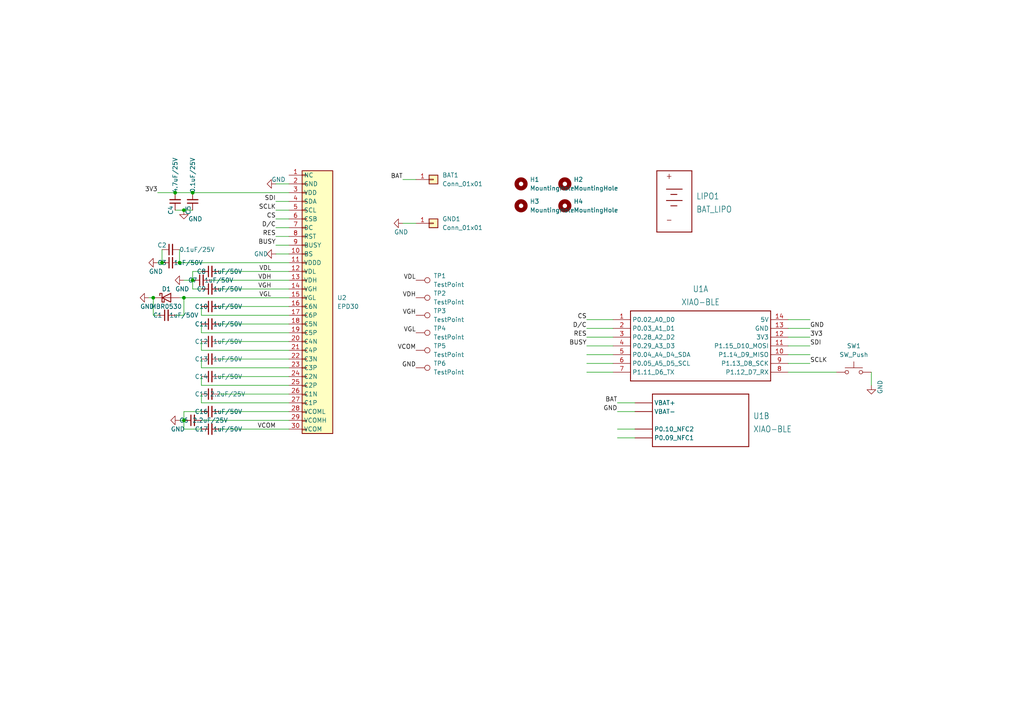
<source format=kicad_sch>
(kicad_sch (version 20211123) (generator eeschema)
  (paper "A4")
  (lib_symbols
    (symbol "Connector:TestPoint" (pin_numbers hide) (pin_names (offset 0.762) hide)
      (property "Reference" "TP" (at 0 6.858 0))
      (property "Value" "TestPoint" (at 0 5.08 0))
      (symbol "TestPoint_0_1"
        (circle (center 0 3.302) (radius 0.762))
      )
      (symbol "TestPoint_1_1"
        (pin passive line (at 0 0 90) (length 2.54) (name "1") (number "1"))
      )
    )
    (symbol "Connector_Generic:Conn_01x01" (pin_names (offset 1.016) hide)
      (property "Reference" "J" (at 0 2.54 0))
      (property "Value" "Conn_01x01" (at 0 -2.54 0))
      (symbol "Conn_01x01_1_1"
        (rectangle (start -1.27 0.127) (end 0 -0.127) (stroke (width 0.1524)))
        (rectangle (start -1.27 1.27) (end 1.27 -1.27) (stroke (width 0.254)) (fill (type background)))
        (pin passive line (at -5.08 0 0) (length 3.81) (name "Pin_1") (number "1"))
      )
    )
    (symbol "Device:C_Small" (pin_numbers hide) (pin_names (offset 0.254) hide)
      (property "Reference" "C" (at 0.254 1.778 0))
      (property "Value" "C_Small" (at 0.254 -2.032 0))
      (symbol "C_Small_0_1"
        (polyline (pts (xy -1.524 -0.508) (xy 1.524 -0.508)) (stroke (width 0.3302)))
        (polyline (pts (xy -1.524 0.508) (xy 1.524 0.508)) (stroke (width 0.3048)))
      )
      (symbol "C_Small_1_1"
        (pin passive line (at 0 2.54 270) (length 2.032) (name "~") (number "1"))
        (pin passive line (at 0 -2.54 90) (length 2.032) (name "~") (number "2"))
      )
    )
    (symbol "Diode:MBR0530" (pin_numbers hide) (pin_names (offset 1.016) hide)
      (property "Reference" "D" (at 0 2.54 0))
      (property "Value" "MBR0530" (at 0 -2.54 0))
      (symbol "MBR0530_0_1"
        (polyline (pts (xy 1.27 0) (xy -1.27 0)))
        (polyline (pts (xy 1.27 1.27) (xy 1.27 -1.27) (xy -1.27 0) (xy 1.27 1.27)) (stroke (width 0.254)))
        (polyline (pts (xy -1.905 0.635) (xy -1.905 1.27) (xy -1.27 1.27) (xy -1.27 -1.27) (xy -0.635 -1.27) (xy -0.635 -0.635)) (stroke (width 0.254)))
      )
      (symbol "MBR0530_1_1"
        (pin passive line (at -3.81 0 0) (length 2.54) (name "K") (number "1"))
        (pin passive line (at 3.81 0 180) (length 2.54) (name "A") (number "2"))
      )
    )
    (symbol "Mechanical:MountingHole" (pin_names (offset 1.016))
      (property "Reference" "H" (at 0 5.08 0))
      (property "Value" "MountingHole" (at 0 3.175 0))
      (symbol "MountingHole_0_1"
        (circle (center 0 0) (radius 1.27) (stroke (width 1.27)))
      )
    )
    (symbol "Switch:SW_Push" (pin_numbers hide) (pin_names (offset 1.016) hide)
      (property "Reference" "SW" (at 1.27 2.54 0))
      (property "Value" "SW_Push" (at 0 -1.524 0))
      (symbol "SW_Push_0_1"
        (circle (center -2.032 0) (radius 0.508))
        (polyline (pts (xy 0 1.27) (xy 0 3.048)))
        (polyline (pts (xy 2.54 1.27) (xy -2.54 1.27)))
        (circle (center 2.032 0) (radius 0.508))
        (pin passive line (at -5.08 0 0) (length 2.54) (name "1") (number "1"))
        (pin passive line (at 5.08 0 180) (length 2.54) (name "2") (number "2"))
      )
    )
    (symbol "power:GND" (power) (pin_names (offset 0))
      (property "Value" "GND" (at 0 -3.81 0))
      (symbol "GND_0_1"
        (polyline (pts (xy 0 0) (xy 0 -1.27) (xy 1.27 -1.27) (xy 0 -2.54) (xy -1.27 -1.27) (xy 0 -1.27)))
      )
      (symbol "GND_1_1"
        (pin power_in line (at 0 0 270) (length 0) hide (name "GND") (number "1"))
      )
    )
    (symbol "xobdox:BAT_LIPO"
      (property "Reference" "LIPO" (at 2.54 7.62 0))
      (property "Value" "BAT_LIPO" (at 7.62 -10.16 90))
      (symbol "BAT_LIPO_1_0"
        (polyline (pts (xy -5.08 -10.16) (xy -5.08 7.62)) (stroke (width 0.254)))
        (polyline (pts (xy -5.08 7.62) (xy 5.08 7.62)) (stroke (width 0.254)))
        (polyline (pts (xy -2.286 -1.016) (xy 2.286 -1.016)) (stroke (width 0.254)))
        (polyline (pts (xy -2.286 2.286) (xy 2.286 2.286)) (stroke (width 0.254)))
        (polyline (pts (xy -1.016 -2.54) (xy 0.762 -2.54)) (stroke (width 0.254)))
        (polyline (pts (xy -1.016 0.762) (xy 0.762 0.762)) (stroke (width 0.254)))
        (polyline (pts (xy 5.08 -10.16) (xy -5.08 -10.16)) (stroke (width 0.254)))
        (polyline (pts (xy 5.08 7.62) (xy 5.08 -10.16)) (stroke (width 0.254)))
        (text "+" (at -2.54 5.08 0) (effects (font (size 1.778 1.5113)) (justify left bottom)))
        (text "-" (at -2.54 -7.62 0) (effects (font (size 1.778 1.5113)) (justify left bottom)))
      )
    )
    (symbol "xobdox:EPD30"
      (property "Reference" "U" (at 0 38.1 0))
      (property "Value" "EPD30" (at 1.27 -40.64 0))
      (symbol "EPD30_1_1"
        (rectangle (start -1.27 -38.1) (end 0 -38.354) (stroke (width 0.1524)))
        (rectangle (start -1.27 -35.56) (end 0 -35.814) (stroke (width 0.1524)))
        (rectangle (start -1.27 -33.02) (end 0 -33.274) (stroke (width 0.1524)))
        (rectangle (start -1.27 -30.48) (end 0 -30.734) (stroke (width 0.1524)))
        (rectangle (start -1.27 -27.94) (end 0 -28.194) (stroke (width 0.1524)))
        (rectangle (start -1.27 -25.4) (end 0 -25.654) (stroke (width 0.1524)))
        (rectangle (start -1.27 -22.733) (end 0 -22.987) (stroke (width 0.1524)))
        (rectangle (start -1.27 -20.193) (end 0 -20.447) (stroke (width 0.1524)))
        (rectangle (start -1.27 -17.653) (end 0 -17.907) (stroke (width 0.1524)))
        (rectangle (start -1.27 -15.113) (end 0 -15.367) (stroke (width 0.1524)))
        (rectangle (start -1.27 -12.573) (end 0 -12.827) (stroke (width 0.1524)))
        (rectangle (start -1.27 -10.033) (end 0 -10.287) (stroke (width 0.1524)))
        (rectangle (start -1.27 -7.493) (end 0 -7.747) (stroke (width 0.1524)))
        (rectangle (start -1.27 -4.953) (end 0 -5.207) (stroke (width 0.1524)))
        (rectangle (start -1.27 -2.413) (end 0 -2.667) (stroke (width 0.1524)))
        (rectangle (start -1.27 0.127) (end 0 -0.127) (stroke (width 0.1524)))
        (rectangle (start -1.27 2.667) (end 0 2.413) (stroke (width 0.1524)))
        (rectangle (start -1.27 5.207) (end 0 4.953) (stroke (width 0.1524)))
        (rectangle (start -1.27 7.747) (end 0 7.493) (stroke (width 0.1524)))
        (rectangle (start -1.27 10.287) (end 0 10.033) (stroke (width 0.1524)))
        (rectangle (start -1.27 12.827) (end 0 12.573) (stroke (width 0.1524)))
        (rectangle (start -1.27 15.367) (end 0 15.113) (stroke (width 0.1524)))
        (rectangle (start -1.27 17.907) (end 0 17.653) (stroke (width 0.1524)))
        (rectangle (start -1.27 20.447) (end 0 20.193) (stroke (width 0.1524)))
        (rectangle (start -1.27 22.987) (end 0 22.733) (stroke (width 0.1524)))
        (rectangle (start -1.27 25.527) (end 0 25.273) (stroke (width 0.1524)))
        (rectangle (start -1.27 28.067) (end 0 27.813) (stroke (width 0.1524)))
        (rectangle (start -1.27 30.607) (end 0 30.353) (stroke (width 0.1524)))
        (rectangle (start -1.27 33.147) (end 0 32.893) (stroke (width 0.1524)))
        (rectangle (start -1.27 35.687) (end 0 35.433) (stroke (width 0.1524)))
        (rectangle (start -1.27 36.83) (end 7.62 -39.37) (stroke (width 0.254)) (fill (type background)))
        (pin passive line (at -5.08 35.56 0) (length 3.81) (name "NC") (number "1"))
        (pin passive line (at -5.08 12.7 0) (length 3.81) (name "BS") (number "10"))
        (pin passive line (at -5.08 10.16 0) (length 3.81) (name "VDDD") (number "11"))
        (pin passive line (at -5.08 7.62 0) (length 3.81) (name "VDL") (number "12"))
        (pin passive line (at -5.08 5.08 0) (length 3.81) (name "VDH") (number "13"))
        (pin passive line (at -5.08 2.54 0) (length 3.81) (name "VGH") (number "14"))
        (pin passive line (at -5.08 0 0) (length 3.81) (name "VGL") (number "15"))
        (pin passive line (at -5.08 -2.54 0) (length 3.81) (name "C6N") (number "16"))
        (pin passive line (at -5.08 -5.08 0) (length 3.81) (name "C6P") (number "17"))
        (pin passive line (at -5.08 -7.62 0) (length 3.81) (name "C5N") (number "18"))
        (pin passive line (at -5.08 -10.16 0) (length 3.81) (name "C5P") (number "19"))
        (pin passive line (at -5.08 33.02 0) (length 3.81) (name "GND") (number "2"))
        (pin passive line (at -5.08 -12.7 0) (length 3.81) (name "C4N") (number "20"))
        (pin passive line (at -5.08 -15.24 0) (length 3.81) (name "C4P") (number "21"))
        (pin passive line (at -5.08 -17.78 0) (length 3.81) (name "C3N") (number "22"))
        (pin passive line (at -5.08 -20.32 0) (length 3.81) (name "C3P") (number "23"))
        (pin passive line (at -5.08 -22.86 0) (length 3.81) (name "C2N") (number "24"))
        (pin passive line (at -5.08 -25.4 0) (length 3.81) (name "C2P") (number "25"))
        (pin passive line (at -5.08 -27.94 0) (length 3.81) (name "C1N") (number "26"))
        (pin passive line (at -5.08 -30.48 0) (length 3.81) (name "C1P") (number "27"))
        (pin passive line (at -5.08 -33.02 0) (length 3.81) (name "VCOML") (number "28"))
        (pin passive line (at -5.08 -35.56 0) (length 3.81) (name "VCOMH") (number "29"))
        (pin passive line (at -5.08 30.48 0) (length 3.81) (name "VDD") (number "3"))
        (pin passive line (at -5.08 -38.1 0) (length 3.81) (name "VCOM") (number "30"))
        (pin passive line (at -5.08 27.94 0) (length 3.81) (name "SDA") (number "4"))
        (pin passive line (at -5.08 25.4 0) (length 3.81) (name "SCL") (number "5"))
        (pin passive line (at -5.08 22.86 0) (length 3.81) (name "CSB") (number "6"))
        (pin passive line (at -5.08 20.32 0) (length 3.81) (name "DC") (number "7"))
        (pin passive line (at -5.08 17.78 0) (length 3.81) (name "RST") (number "8"))
        (pin passive line (at -5.08 15.24 0) (length 3.81) (name "BUSY") (number "9"))
      )
    )
    (symbol "xobdox:XIAO-BLE-NOSWD"
      (property "Reference" "U" (at -15.24 7.62 0))
      (property "Value" "XIAO-BLE-NOSWD" (at -15.24 -10.16 0))
      (symbol "XIAO-BLE-NOSWD_1_0"
        (polyline (pts (xy -20.32 -10.16) (xy -20.32 10.16)) (stroke (width 0.254)))
        (polyline (pts (xy -20.32 10.16) (xy 20.32 10.16)) (stroke (width 0.254)))
        (polyline (pts (xy 20.32 -10.16) (xy -20.32 -10.16)) (stroke (width 0.254)))
        (polyline (pts (xy 20.32 10.16) (xy 20.32 -10.16)) (stroke (width 0.254)))
        (pin bidirectional line (at -25.4 7.62 0) (length 5.08) (name "P0.02_A0_D0") (number "1"))
        (pin bidirectional line (at 25.4 -2.54 180) (length 5.08) (name "P1.14_D9_MISO") (number "10"))
        (pin bidirectional line (at 25.4 0 180) (length 5.08) (name "P1.15_D10_MOSI") (number "11"))
        (pin bidirectional line (at 25.4 2.54 180) (length 5.08) (name "3V3") (number "12"))
        (pin bidirectional line (at 25.4 5.08 180) (length 5.08) (name "GND") (number "13"))
        (pin bidirectional line (at 25.4 7.62 180) (length 5.08) (name "5V") (number "14"))
        (pin bidirectional line (at -25.4 5.08 0) (length 5.08) (name "P0.03_A1_D1") (number "2"))
        (pin bidirectional line (at -25.4 2.54 0) (length 5.08) (name "P0.28_A2_D2") (number "3"))
        (pin bidirectional line (at -25.4 0 0) (length 5.08) (name "P0.29_A3_D3") (number "4"))
        (pin bidirectional line (at -25.4 -2.54 0) (length 5.08) (name "P0.04_A4_D4_SDA") (number "5"))
        (pin bidirectional line (at -25.4 -5.08 0) (length 5.08) (name "P0.05_A5_D5_SCL") (number "6"))
        (pin bidirectional line (at -25.4 -7.62 0) (length 5.08) (name "P1.11_D6_TX") (number "7"))
        (pin bidirectional line (at 25.4 -7.62 180) (length 5.08) (name "P1.12_D7_RX") (number "8"))
        (pin bidirectional line (at 25.4 -5.08 180) (length 5.08) (name "P1.13_D8_SCK") (number "9"))
      )
      (symbol "XIAO-BLE-NOSWD_2_0"
        (polyline (pts (xy -15.24 -7.62) (xy -15.24 7.62)) (stroke (width 0.254)))
        (polyline (pts (xy -15.24 7.62) (xy 12.7 7.62)) (stroke (width 0.254)))
        (polyline (pts (xy 12.7 -7.62) (xy -15.24 -7.62)) (stroke (width 0.254)))
        (polyline (pts (xy 12.7 7.62) (xy 12.7 -7.62)) (stroke (width 0.254)))
        (pin bidirectional line (at -20.32 5.08 0) (length 5.08) (name "VBAT+") (number "BAT"))
        (pin bidirectional line (at -20.32 5.08 0) (length 5.08) (name "VBAT+") (number "BAT_H"))
        (pin bidirectional line (at -20.32 2.54 0) (length 5.08) (name "VBAT-") (number "GND"))
        (pin bidirectional line (at -20.32 2.54 0) (length 5.08) (name "VBAT-") (number "GND_H"))
        (pin bidirectional line (at -20.32 -5.08 0) (length 5.08) (name "P0.09_NFC1") (number "NFC1"))
        (pin bidirectional line (at -20.32 -5.08 0) (length 5.08) (name "P0.09_NFC1") (number "NFC1_H"))
        (pin bidirectional line (at -20.32 -2.54 0) (length 5.08) (name "P0.10_NFC2") (number "NFC2"))
        (pin bidirectional line (at -20.32 -2.54 0) (length 5.08) (name "P0.10_NFC2") (number "NFC2_H"))
      )
    )
  )
  (junction (at 53.34 60.96))
  (junction (at 55.88 81.28))
  (junction (at 44.45 86.36))
  (junction (at 50.8 55.88))
  (junction (at 55.88 55.88))
  (junction (at 52.07 76.2))
  (junction (at 53.34 86.36))
  (junction (at 46.99 76.2))
  (junction (at 53.34 121.92))
  (wire (pts (xy 58.42 88.9) (xy 58.42 91.44)))
  (wire (pts (xy 58.42 124.46) (xy 53.34 124.46)))
  (wire (pts (xy 80.01 53.34) (xy 83.82 53.34)))
  (wire (pts (xy 80.01 58.42) (xy 83.82 58.42)))
  (wire (pts (xy 52.07 121.92) (xy 53.34 121.92)))
  (wire (pts (xy 170.18 105.41) (xy 177.8 105.41)))
  (wire (pts (xy 53.34 60.96) (xy 55.88 60.96)))
  (wire (pts (xy 53.34 81.28) (xy 55.88 81.28)))
  (wire (pts (xy 58.42 78.74) (xy 55.88 78.74)))
  (wire (pts (xy 116.84 52.07) (xy 120.65 52.07)))
  (wire (pts (xy 58.42 91.44) (xy 83.82 91.44)))
  (wire (pts (xy 53.34 124.46) (xy 53.34 121.92)))
  (wire (pts (xy 52.07 72.39) (xy 52.07 76.2)))
  (wire (pts (xy 58.42 99.06) (xy 58.42 101.6)))
  (wire (pts (xy 170.18 107.95) (xy 177.8 107.95)))
  (wire (pts (xy 63.5 99.06) (xy 83.82 99.06)))
  (wire (pts (xy 63.5 78.74) (xy 83.82 78.74)))
  (wire (pts (xy 55.88 83.82) (xy 55.88 81.28)))
  (wire (pts (xy 80.01 73.66) (xy 83.82 73.66)))
  (wire (pts (xy 58.42 114.3) (xy 58.42 116.84)))
  (wire (pts (xy 228.6 100.33) (xy 234.95 100.33)))
  (wire (pts (xy 80.01 66.04) (xy 83.82 66.04)))
  (wire (pts (xy 179.07 127) (xy 184.15 127)))
  (wire (pts (xy 63.5 93.98) (xy 83.82 93.98)))
  (wire (pts (xy 50.8 91.44) (xy 53.34 91.44)))
  (wire (pts (xy 58.42 93.98) (xy 58.42 96.52)))
  (wire (pts (xy 44.45 91.44) (xy 44.45 86.36)))
  (wire (pts (xy 228.6 97.79) (xy 234.95 97.79)))
  (wire (pts (xy 52.07 76.2) (xy 83.82 76.2)))
  (wire (pts (xy 43.18 86.36) (xy 44.45 86.36)))
  (wire (pts (xy 55.88 55.88) (xy 83.82 55.88)))
  (wire (pts (xy 63.5 124.46) (xy 83.82 124.46)))
  (wire (pts (xy 170.18 102.87) (xy 177.8 102.87)))
  (wire (pts (xy 170.18 95.25) (xy 177.8 95.25)))
  (wire (pts (xy 55.88 78.74) (xy 55.88 81.28)))
  (wire (pts (xy 179.07 124.46) (xy 184.15 124.46)))
  (wire (pts (xy 80.01 60.96) (xy 83.82 60.96)))
  (wire (pts (xy 80.01 63.5) (xy 83.82 63.5)))
  (wire (pts (xy 63.5 104.14) (xy 83.82 104.14)))
  (wire (pts (xy 63.5 119.38) (xy 83.82 119.38)))
  (wire (pts (xy 116.84 64.77) (xy 120.65 64.77)))
  (wire (pts (xy 63.5 109.22) (xy 83.82 109.22)))
  (wire (pts (xy 179.07 119.38) (xy 184.15 119.38)))
  (wire (pts (xy 228.6 95.25) (xy 234.95 95.25)))
  (wire (pts (xy 228.6 107.95) (xy 242.57 107.95)))
  (wire (pts (xy 170.18 100.33) (xy 177.8 100.33)))
  (wire (pts (xy 53.34 91.44) (xy 53.34 86.36)))
  (wire (pts (xy 170.18 97.79) (xy 177.8 97.79)))
  (wire (pts (xy 45.72 91.44) (xy 44.45 91.44)))
  (wire (pts (xy 58.42 106.68) (xy 83.82 106.68)))
  (wire (pts (xy 228.6 102.87) (xy 234.95 102.87)))
  (wire (pts (xy 80.01 71.12) (xy 83.82 71.12)))
  (wire (pts (xy 58.42 116.84) (xy 83.82 116.84)))
  (wire (pts (xy 58.42 83.82) (xy 55.88 83.82)))
  (wire (pts (xy 50.8 55.88) (xy 55.88 55.88)))
  (wire (pts (xy 53.34 119.38) (xy 53.34 121.92)))
  (wire (pts (xy 45.72 55.88) (xy 50.8 55.88)))
  (wire (pts (xy 228.6 92.71) (xy 234.95 92.71)))
  (wire (pts (xy 58.42 119.38) (xy 53.34 119.38)))
  (wire (pts (xy 58.42 101.6) (xy 83.82 101.6)))
  (wire (pts (xy 58.42 111.76) (xy 83.82 111.76)))
  (wire (pts (xy 63.5 88.9) (xy 83.82 88.9)))
  (wire (pts (xy 228.6 105.41) (xy 234.95 105.41)))
  (wire (pts (xy 45.72 76.2) (xy 46.99 76.2)))
  (wire (pts (xy 80.01 68.58) (xy 83.82 68.58)))
  (wire (pts (xy 58.42 109.22) (xy 58.42 111.76)))
  (wire (pts (xy 63.5 114.3) (xy 83.82 114.3)))
  (wire (pts (xy 53.34 86.36) (xy 83.82 86.36)))
  (wire (pts (xy 58.42 104.14) (xy 58.42 106.68)))
  (wire (pts (xy 50.8 60.96) (xy 53.34 60.96)))
  (wire (pts (xy 52.07 86.36) (xy 53.34 86.36)))
  (wire (pts (xy 63.5 83.82) (xy 83.82 83.82)))
  (wire (pts (xy 170.18 92.71) (xy 177.8 92.71)))
  (wire (pts (xy 46.99 72.39) (xy 46.99 76.2)))
  (wire (pts (xy 179.07 116.84) (xy 184.15 116.84)))
  (wire (pts (xy 58.42 96.52) (xy 83.82 96.52)))
  (wire (pts (xy 252.73 107.95) (xy 252.73 111.76)))
  (wire (pts (xy 60.96 81.28) (xy 83.82 81.28)))
  (wire (pts (xy 58.42 121.92) (xy 83.82 121.92)))
  (label "VCOM" (at 80.01 124.46 180))
  (label "D{slash}C" (at 170.18 95.25 180))
  (label "BUSY" (at 80.01 71.12 180))
  (label "GND" (at 234.95 95.25 0))
  (label "GND" (at 179.07 119.38 180))
  (label "VDH" (at 120.65 86.36 180))
  (label "BUSY" (at 170.18 100.33 180))
  (label "3V3" (at 45.72 55.88 180))
  (label "SCLK" (at 234.95 105.41 0))
  (label "VGH" (at 78.74 83.82 180))
  (label "VDL" (at 78.74 78.74 180))
  (label "BAT" (at 179.07 116.84 180))
  (label "SCLK" (at 80.01 60.96 180))
  (label "VCOM" (at 120.65 101.6 180))
  (label "SDI" (at 234.95 100.33 0))
  (label "VDL" (at 120.65 81.28 180))
  (label "CS" (at 80.01 63.5 180))
  (label "VGH" (at 120.65 91.44 180))
  (label "CS" (at 170.18 92.71 180))
  (label "3V3" (at 234.95 97.79 0))
  (label "VGL" (at 120.65 96.52 180))
  (label "VGL" (at 78.74 86.36 180))
  (label "BAT" (at 116.84 52.07 180))
  (label "D{slash}C" (at 80.01 66.04 180))
  (label "GND" (at 120.65 106.68 180))
  (label "SDI" (at 80.01 58.42 180))
  (label "RES" (at 80.01 68.58 180))
  (label "RES" (at 170.18 97.79 180))
  (label "VDH" (at 78.74 81.28 180))
  (symbol (lib_id "Connector:TestPoint") (at 120.65 91.44 270) (unit 1)
    (property "Reference" "TP3" (at 125.73 90.1699 90) (effects (justify left)))
    (property "Value" "TestPoint" (at 125.73 92.7099 90) (effects (justify left)))
    (property "Footprint" "TestPoint:TestPoint_Pad_D1.0mm" (effects hide))
  )
  (symbol (lib_id "xobdox:BAT_LIPO") (at 195.58 57.15 0) (unit 1)
    (property "Reference" "LIPO1" (at 201.93 56.9105 0) (effects (font (size 1.778 1.5113)) (justify left)))
    (property "Value" "BAT_LIPO" (at 201.93 60.7205 0) (effects (font (size 1.778 1.5113)) (justify left)))
    (property "Footprint" "xobdox:lipo_401525" (effects hide))
  )
  (symbol (lib_id "power:GND") (at 52.07 121.92 270) (unit 1)
    (property "Reference" "#PWR03" (effects hide))
    (property "Value" "GND" (at 49.53 124.46 90) (effects (justify left)))
  )
  (symbol (lib_id "Mechanical:MountingHole") (at 151.13 53.34 0) (unit 1)
    (property "Reference" "H1" (at 153.67 52.0699 0) (effects (justify left)))
    (property "Value" "MountingHole" (at 153.67 54.6099 0) (effects (justify left)))
    (property "Footprint" "xobdox:HOLE_M1" (effects hide))
  )
  (symbol (lib_id "power:GND") (at 116.84 64.77 270) (unit 1)
    (property "Reference" "#PWR0101" (effects hide))
    (property "Value" "GND" (at 114.3 67.31 90) (effects (justify left)))
  )
  (symbol (lib_id "Device:C_Small") (at 60.96 99.06 90) (unit 1)
    (property "Reference" "C12" (at 58.42 99.06 90))
    (property "Value" "1uF/50V" (at 66.04 99.06 90))
    (property "Footprint" "Capacitor_SMD:C_0603_1608Metric_Pad1.08x0.95mm_HandSolder" (effects hide))
  )
  (symbol (lib_id "Connector:TestPoint") (at 120.65 96.52 270) (unit 1)
    (property "Reference" "TP4" (at 125.73 95.2499 90) (effects (justify left)))
    (property "Value" "TestPoint" (at 125.73 97.7899 90) (effects (justify left)))
    (property "Footprint" "TestPoint:TestPoint_Pad_D1.0mm" (effects hide))
  )
  (symbol (lib_id "Connector:TestPoint") (at 120.65 81.28 270) (unit 1)
    (property "Reference" "TP1" (at 125.73 80.0099 90) (effects (justify left)))
    (property "Value" "TestPoint" (at 125.73 82.5499 90) (effects (justify left)))
    (property "Footprint" "TestPoint:TestPoint_Pad_D1.0mm" (effects hide))
  )
  (symbol (lib_id "Diode:MBR0530") (at 48.26 86.36 0) (unit 1)
    (property "Reference" "D1" (at 48.26 83.82 0))
    (property "Value" "MBR0530" (at 48.26 88.9 0))
    (property "Footprint" "Diode_SMD:D_SOD-123" (effects hide))
    (property "Datasheet" "http://www.mccsemi.com/up_pdf/MBR0520~MBR0580(SOD123).pdf" (effects hide))
  )
  (symbol (lib_id "Device:C_Small") (at 58.42 81.28 90) (unit 1)
    (property "Reference" "C7" (at 55.88 81.28 90))
    (property "Value" "1uF/50V" (at 63.5 81.28 90))
    (property "Footprint" "Capacitor_SMD:C_0603_1608Metric_Pad1.08x0.95mm_HandSolder" (effects hide))
  )
  (symbol (lib_id "Device:C_Small") (at 55.88 121.92 90) (unit 1)
    (property "Reference" "C6" (at 53.34 121.92 90))
    (property "Value" "2.2uF/25V" (at 60.96 121.92 90))
    (property "Footprint" "Capacitor_SMD:C_0603_1608Metric_Pad1.08x0.95mm_HandSolder" (effects hide))
  )
  (symbol (lib_id "Device:C_Small") (at 60.96 78.74 90) (unit 1)
    (property "Reference" "C8" (at 58.42 78.74 90))
    (property "Value" "1uF/50V" (at 66.04 78.74 90))
    (property "Footprint" "Capacitor_SMD:C_0603_1608Metric_Pad1.08x0.95mm_HandSolder" (effects hide))
  )
  (symbol (lib_id "xobdox:XIAO-BLE-NOSWD") (at 203.2 100.33 0) (unit 1)
    (property "Reference" "U1" (at 203.2 83.82 0) (effects (font (size 1.778 1.5113))))
    (property "Value" "XIAO-BLE" (at 203.2 87.63 0) (effects (font (size 1.778 1.5113))))
    (property "Footprint" "xobdox:XIAO-BLE-SWD-HOLE" (effects hide))
  )
  (symbol (lib_id "Device:C_Small") (at 50.8 58.42 180) (unit 1)
    (property "Reference" "C4" (at 49.53 60.96 90))
    (property "Value" "4.7uF/25V" (at 50.8 50.8 90))
    (property "Footprint" "Capacitor_SMD:C_0603_1608Metric_Pad1.08x0.95mm_HandSolder" (effects hide))
  )
  (symbol (lib_id "Device:C_Small") (at 49.53 76.2 90) (unit 1)
    (property "Reference" "C3" (at 46.99 76.2 90))
    (property "Value" "1uF/50V" (at 54.61 76.2 90))
    (property "Footprint" "Capacitor_SMD:C_0603_1608Metric_Pad1.08x0.95mm_HandSolder" (effects hide))
  )
  (symbol (lib_id "Connector:TestPoint") (at 120.65 86.36 270) (unit 1)
    (property "Reference" "TP2" (at 125.73 85.0899 90) (effects (justify left)))
    (property "Value" "TestPoint" (at 125.73 87.6299 90) (effects (justify left)))
    (property "Footprint" "TestPoint:TestPoint_Pad_D1.0mm" (effects hide))
  )
  (symbol (lib_id "Device:C_Small") (at 60.96 88.9 90) (unit 1)
    (property "Reference" "C10" (at 58.42 88.9 90))
    (property "Value" "1uF/50V" (at 66.04 88.9 90))
    (property "Footprint" "Capacitor_SMD:C_0603_1608Metric_Pad1.08x0.95mm_HandSolder" (effects hide))
  )
  (symbol (lib_id "Switch:SW_Push") (at 247.65 107.95 0) (mirror y) (unit 1)
    (property "Reference" "SW1" (at 247.65 100.33 0))
    (property "Value" "SW_Push" (at 247.65 102.87 0))
    (property "Footprint" "xobdox:SW_EVP-AKE31A_PAN" (effects hide))
  )
  (symbol (lib_id "Mechanical:MountingHole") (at 163.83 53.34 0) (unit 1)
    (property "Reference" "H2" (at 166.37 52.0699 0) (effects (justify left)))
    (property "Value" "MountingHole" (at 166.37 54.6099 0) (effects (justify left)))
    (property "Footprint" "xobdox:HOLE_M1" (effects hide))
  )
  (symbol (lib_id "power:GND") (at 252.73 111.76 0) (unit 1)
    (property "Reference" "#PWR0102" (effects hide))
    (property "Value" "GND" (at 255.27 114.3 90) (effects (justify left)))
  )
  (symbol (lib_id "power:GND") (at 53.34 81.28 270) (unit 1)
    (property "Reference" "#PWR05" (effects hide))
    (property "Value" "GND" (at 50.8 83.82 90) (effects (justify left)))
  )
  (symbol (lib_id "power:GND") (at 80.01 73.66 270) (unit 1)
    (property "Reference" "#PWR07" (effects hide))
    (property "Value" "GND" (at 73.66 73.66 90) (effects (justify left)))
  )
  (symbol (lib_id "xobdox:EPD30") (at 88.9 86.36 0) (unit 1)
    (property "Reference" "U2" (at 97.79 86.3599 0) (effects (justify left)))
    (property "Value" "EPD30" (at 97.79 88.8999 0) (effects (justify left)))
    (property "Footprint" "xobdox:EPD_1.02_Outline" (effects hide))
  )
  (symbol (lib_id "Device:C_Small") (at 60.96 124.46 90) (unit 1)
    (property "Reference" "C17" (at 58.42 124.46 90))
    (property "Value" "1uF/50V" (at 66.04 124.46 90))
    (property "Footprint" "Capacitor_SMD:C_0603_1608Metric_Pad1.08x0.95mm_HandSolder" (effects hide))
  )
  (symbol (lib_id "Connector:TestPoint") (at 120.65 106.68 270) (unit 1)
    (property "Reference" "TP6" (at 125.73 105.4099 90) (effects (justify left)))
    (property "Value" "TestPoint" (at 125.73 107.9499 90) (effects (justify left)))
    (property "Footprint" "TestPoint:TestPoint_Pad_D1.0mm" (effects hide))
  )
  (symbol (lib_id "Device:C_Small") (at 48.26 91.44 90) (unit 1)
    (property "Reference" "C1" (at 45.72 91.44 90))
    (property "Value" "1uF/50V" (at 53.34 91.44 90))
    (property "Footprint" "Capacitor_SMD:C_0603_1608Metric_Pad1.08x0.95mm_HandSolder" (effects hide))
  )
  (symbol (lib_id "Device:C_Small") (at 60.96 83.82 90) (unit 1)
    (property "Reference" "C9" (at 58.42 83.82 90))
    (property "Value" "1uF/50V" (at 66.04 83.82 90))
    (property "Footprint" "Capacitor_SMD:C_0603_1608Metric_Pad1.08x0.95mm_HandSolder" (effects hide))
  )
  (symbol (lib_id "Device:C_Small") (at 60.96 93.98 90) (unit 1)
    (property "Reference" "C11" (at 58.42 93.98 90))
    (property "Value" "1uF/50V" (at 66.04 93.98 90))
    (property "Footprint" "Capacitor_SMD:C_0603_1608Metric_Pad1.08x0.95mm_HandSolder" (effects hide))
  )
  (symbol (lib_id "Connector_Generic:Conn_01x01") (at 125.73 52.07 0) (unit 1)
    (property "Reference" "BAT1" (at 128.27 50.7999 0) (effects (justify left)))
    (property "Value" "Conn_01x01" (at 128.27 53.3399 0) (effects (justify left)))
    (property "Footprint" "xobdox:PAD_AWG26" (effects hide))
  )
  (symbol (lib_id "Connector_Generic:Conn_01x01") (at 125.73 64.77 0) (unit 1)
    (property "Reference" "GND1" (at 128.27 63.4999 0) (effects (justify left)))
    (property "Value" "Conn_01x01" (at 128.27 66.0399 0) (effects (justify left)))
    (property "Footprint" "xobdox:PAD_AWG26" (effects hide))
  )
  (symbol (lib_id "Device:C_Small") (at 60.96 114.3 90) (unit 1)
    (property "Reference" "C15" (at 58.42 114.3 90))
    (property "Value" "2.2uF/25V" (at 66.04 114.3 90))
    (property "Footprint" "Capacitor_SMD:C_0603_1608Metric_Pad1.08x0.95mm_HandSolder" (effects hide))
  )
  (symbol (lib_id "Device:C_Small") (at 60.96 104.14 90) (unit 1)
    (property "Reference" "C13" (at 58.42 104.14 90))
    (property "Value" "1uF/50V" (at 66.04 104.14 90))
    (property "Footprint" "Capacitor_SMD:C_0603_1608Metric_Pad1.08x0.95mm_HandSolder" (effects hide))
  )
  (symbol (lib_id "Device:C_Small") (at 60.96 109.22 90) (unit 1)
    (property "Reference" "C14" (at 58.42 109.22 90))
    (property "Value" "1uF/50V" (at 66.04 109.22 90))
    (property "Footprint" "Capacitor_SMD:C_0603_1608Metric_Pad1.08x0.95mm_HandSolder" (effects hide))
  )
  (symbol (lib_id "Mechanical:MountingHole") (at 151.13 59.69 0) (unit 1)
    (property "Reference" "H3" (at 153.67 58.4199 0) (effects (justify left)))
    (property "Value" "MountingHole" (at 153.67 60.9599 0) (effects (justify left)))
    (property "Footprint" "xobdox:HOLE_M1" (effects hide))
  )
  (symbol (lib_id "Mechanical:MountingHole") (at 163.83 59.69 0) (unit 1)
    (property "Reference" "H4" (at 166.37 58.4199 0) (effects (justify left)))
    (property "Value" "MountingHole" (at 166.37 60.9599 0) (effects (justify left)))
    (property "Footprint" "xobdox:HOLE_M1" (effects hide))
  )
  (symbol (lib_id "Connector:TestPoint") (at 120.65 101.6 270) (unit 1)
    (property "Reference" "TP5" (at 125.73 100.3299 90) (effects (justify left)))
    (property "Value" "TestPoint" (at 125.73 102.8699 90) (effects (justify left)))
    (property "Footprint" "TestPoint:TestPoint_Pad_D1.0mm" (effects hide))
  )
  (symbol (lib_id "Device:C_Small") (at 55.88 58.42 180) (unit 1)
    (property "Reference" "C5" (at 54.61 60.96 90))
    (property "Value" "0.1uF/25V" (at 55.88 50.8 90))
    (property "Footprint" "Capacitor_SMD:C_0603_1608Metric_Pad1.08x0.95mm_HandSolder" (effects hide))
  )
  (symbol (lib_id "power:GND") (at 43.18 86.36 270) (unit 1)
    (property "Reference" "#PWR01" (effects hide))
    (property "Value" "GND" (at 40.64 88.9 90) (effects (justify left)))
  )
  (symbol (lib_id "xobdox:XIAO-BLE-NOSWD") (at 204.47 121.92 0) (unit 2)
    (property "Reference" "U1" (at 218.44 120.65 0) (effects (font (size 1.778 1.5113)) (justify left)))
    (property "Value" "XIAO-BLE" (at 218.44 124.46 0) (effects (font (size 1.778 1.5113)) (justify left)))
    (property "Footprint" "xobdox:XIAO-BLE-SWD-HOLE" (effects hide))
  )
  (symbol (lib_id "power:GND") (at 80.01 53.34 270) (unit 1)
    (property "Reference" "#PWR06" (effects hide))
    (property "Value" "GND" (at 78.74 52.07 90) (effects (justify left)))
  )
  (symbol (lib_id "power:GND") (at 53.34 60.96 0) (unit 1)
    (property "Reference" "#PWR04" (effects hide))
    (property "Value" "GND" (at 54.61 63.5 0) (effects (justify left)))
  )
  (symbol (lib_id "Device:C_Small") (at 60.96 119.38 90) (unit 1)
    (property "Reference" "C16" (at 58.42 119.38 90))
    (property "Value" "1uF/50V" (at 66.04 119.38 90))
    (property "Footprint" "Capacitor_SMD:C_0603_1608Metric_Pad1.08x0.95mm_HandSolder" (effects hide))
  )
  (symbol (lib_id "power:GND") (at 45.72 76.2 270) (unit 1)
    (property "Reference" "#PWR02" (effects hide))
    (property "Value" "GND" (at 43.18 78.74 90) (effects (justify left)))
  )
  (symbol (lib_id "Device:C_Small") (at 49.53 72.39 90) (unit 1)
    (property "Reference" "C2" (at 46.99 71.12 90))
    (property "Value" "0.1uF/25V" (at 57.15 72.39 90))
    (property "Footprint" "Capacitor_SMD:C_0603_1608Metric_Pad1.08x0.95mm_HandSolder" (effects hide))
  )
)
</source>
